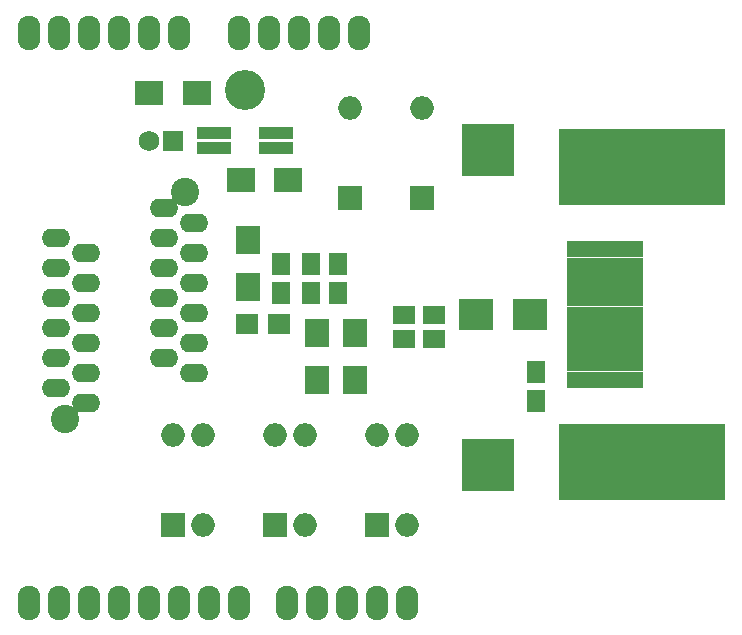
<source format=gbr>
G04 #@! TF.FileFunction,Soldermask,Top*
%FSLAX46Y46*%
G04 Gerber Fmt 4.6, Leading zero omitted, Abs format (unit mm)*
G04 Created by KiCad (PCBNEW 4.0.5) date 01/31/17 23:14:55*
%MOMM*%
%LPD*%
G01*
G04 APERTURE LIST*
%ADD10C,0.100000*%
%ADD11O,2.400000X1.600000*%
%ADD12C,2.400000*%
%ADD13R,1.750000X1.750000*%
%ADD14C,1.750000*%
%ADD15R,2.900000X1.000000*%
%ADD16R,2.900000X0.670000*%
%ADD17R,4.464000X4.464000*%
%ADD18R,2.000000X2.400000*%
%ADD19C,3.400000*%
%ADD20R,2.000000X2.000000*%
%ADD21O,2.000000X2.000000*%
%ADD22R,2.400000X2.100000*%
%ADD23R,2.100000X2.400000*%
%ADD24R,1.650000X1.900000*%
%ADD25R,1.900000X1.650000*%
%ADD26R,1.900000X1.700000*%
%ADD27R,14.100000X6.400000*%
%ADD28R,6.400000X1.340000*%
%ADD29C,3.900000*%
%ADD30O,1.924000X2.940000*%
G04 APERTURE END LIST*
D10*
D11*
X159258000Y-97663000D03*
X161798000Y-98933000D03*
X159258000Y-100203000D03*
X161798000Y-101473000D03*
X159258000Y-102743000D03*
X161798000Y-104013000D03*
X159258000Y-105283000D03*
X161798000Y-106553000D03*
X159258000Y-107823000D03*
X161798000Y-109093000D03*
X159258000Y-110363000D03*
X161798000Y-111633000D03*
D12*
X161028000Y-96298000D03*
D13*
X160020000Y-91948000D03*
D14*
X158020000Y-91948000D03*
D15*
X168716000Y-91313000D03*
X163516000Y-91313000D03*
X168716000Y-92583000D03*
X163516000Y-92583000D03*
D16*
X185710000Y-107680000D03*
X190210000Y-107680000D03*
X185710000Y-107180000D03*
X190210000Y-107180000D03*
X185710000Y-106680000D03*
X190210000Y-106680000D03*
X185710000Y-106180000D03*
X190210000Y-106180000D03*
X185710000Y-105680000D03*
X190210000Y-105680000D03*
D17*
X186690000Y-119380000D03*
X186690000Y-92710000D03*
D18*
X166370000Y-104362000D03*
X166370000Y-100362000D03*
D19*
X166116000Y-87630000D03*
D20*
X168656000Y-124460000D03*
D21*
X171196000Y-116840000D03*
X171196000Y-124460000D03*
X168656000Y-116840000D03*
D20*
X181102000Y-96774000D03*
D21*
X181102000Y-89154000D03*
D20*
X160020000Y-124460000D03*
D21*
X162560000Y-116840000D03*
X162560000Y-124460000D03*
X160020000Y-116840000D03*
D20*
X177292000Y-124460000D03*
D21*
X179832000Y-116840000D03*
X179832000Y-124460000D03*
X177292000Y-116840000D03*
D20*
X175006000Y-96774000D03*
D21*
X175006000Y-89154000D03*
D22*
X162020000Y-87884000D03*
X158020000Y-87884000D03*
X165767000Y-95250000D03*
X169767000Y-95250000D03*
D23*
X172212000Y-108236000D03*
X172212000Y-112236000D03*
X175387000Y-108236000D03*
X175387000Y-112236000D03*
D24*
X171704000Y-104882000D03*
X171704000Y-102382000D03*
X173990000Y-104882000D03*
X173990000Y-102382000D03*
X190754000Y-111526000D03*
X190754000Y-114026000D03*
X169164000Y-104882000D03*
X169164000Y-102382000D03*
D25*
X182098000Y-108712000D03*
X179598000Y-108712000D03*
X182098000Y-106680000D03*
X179598000Y-106680000D03*
D26*
X166290000Y-107442000D03*
X168990000Y-107442000D03*
D11*
X152654000Y-114173000D03*
X150114000Y-112903000D03*
X152654000Y-111633000D03*
X150114000Y-110363000D03*
X152654000Y-109093000D03*
X150114000Y-107823000D03*
X152654000Y-106553000D03*
X150114000Y-105283000D03*
X152654000Y-104013000D03*
X150114000Y-102743000D03*
X152654000Y-101473000D03*
X150114000Y-100203000D03*
D12*
X150884000Y-115538000D03*
D27*
X199684000Y-119180000D03*
D28*
X196604000Y-103920000D03*
X196604000Y-102540000D03*
X196604000Y-105300000D03*
X196604000Y-106680000D03*
X196604000Y-101160000D03*
X196604000Y-112200000D03*
X196604000Y-110820000D03*
X196604000Y-109440000D03*
X196604000Y-108060000D03*
D27*
X199684000Y-94180000D03*
D29*
X197104000Y-94180000D03*
X197104000Y-119180000D03*
D30*
X147828000Y-82804000D03*
X150368000Y-82804000D03*
X152908000Y-82804000D03*
X160528000Y-82804000D03*
X157988000Y-82804000D03*
X155448000Y-82804000D03*
X165608000Y-82804000D03*
X168148000Y-82804000D03*
X170688000Y-82804000D03*
X175768000Y-82804000D03*
X147828000Y-131064000D03*
X150368000Y-131064000D03*
X152908000Y-131064000D03*
X155448000Y-131064000D03*
X157988000Y-131064000D03*
X160528000Y-131064000D03*
X163068000Y-131064000D03*
X165608000Y-131064000D03*
X169672000Y-131064000D03*
X172212000Y-131064000D03*
X174752000Y-131064000D03*
X177292000Y-131064000D03*
X179832000Y-131064000D03*
X173228000Y-82804000D03*
M02*

</source>
